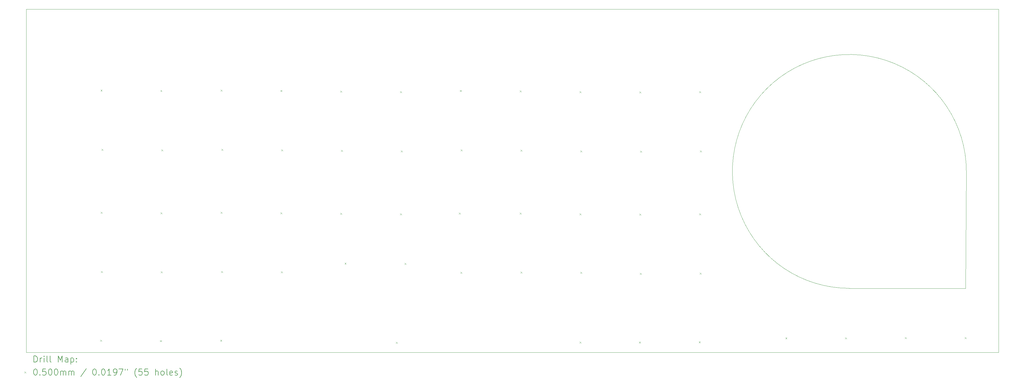
<source format=gbr>
%TF.GenerationSoftware,KiCad,Pcbnew,(6.0.7)*%
%TF.CreationDate,2022-12-01T23:42:18-08:00*%
%TF.ProjectId,openot rev2,6f70656e-6f74-4207-9265-76322e6b6963,rev?*%
%TF.SameCoordinates,Original*%
%TF.FileFunction,Drillmap*%
%TF.FilePolarity,Positive*%
%FSLAX45Y45*%
G04 Gerber Fmt 4.5, Leading zero omitted, Abs format (unit mm)*
G04 Created by KiCad (PCBNEW (6.0.7)) date 2022-12-01 23:42:18*
%MOMM*%
%LPD*%
G01*
G04 APERTURE LIST*
%ADD10C,0.050000*%
%ADD11C,0.100000*%
%ADD12C,0.200000*%
G04 APERTURE END LIST*
D10*
X36415000Y-16750000D02*
X32665000Y-16750000D01*
X36440000Y-12975000D02*
X36415000Y-16750000D01*
X36440000Y-12975000D02*
G75*
G03*
X32665000Y-16750000I-3775000J0D01*
G01*
D11*
X6099568Y-7738563D02*
X37478728Y-7738563D01*
X37478728Y-7738563D02*
X37478728Y-18818043D01*
X37478728Y-18818043D02*
X6099568Y-18818043D01*
X6099568Y-18818043D02*
X6099568Y-7738563D01*
D12*
D10*
X8490300Y-18414200D02*
X8540300Y-18464200D01*
X8540300Y-18414200D02*
X8490300Y-18464200D01*
X8503000Y-10337000D02*
X8553000Y-10387000D01*
X8553000Y-10337000D02*
X8503000Y-10387000D01*
X8506027Y-14283950D02*
X8556027Y-14333950D01*
X8556027Y-14283950D02*
X8506027Y-14333950D01*
X8518727Y-16194030D02*
X8568727Y-16244030D01*
X8568727Y-16194030D02*
X8518727Y-16244030D01*
X8531427Y-12251950D02*
X8581427Y-12301950D01*
X8581427Y-12251950D02*
X8531427Y-12301950D01*
X10420700Y-18426900D02*
X10470700Y-18476900D01*
X10470700Y-18426900D02*
X10420700Y-18476900D01*
X10433400Y-10349700D02*
X10483400Y-10399700D01*
X10483400Y-10349700D02*
X10433400Y-10399700D01*
X10436427Y-14296650D02*
X10486427Y-14346650D01*
X10486427Y-14296650D02*
X10436427Y-14346650D01*
X10449127Y-16206730D02*
X10499127Y-16256730D01*
X10499127Y-16206730D02*
X10449127Y-16256730D01*
X10461827Y-12264650D02*
X10511827Y-12314650D01*
X10511827Y-12264650D02*
X10461827Y-12314650D01*
X12363800Y-18414200D02*
X12413800Y-18464200D01*
X12413800Y-18414200D02*
X12363800Y-18464200D01*
X12376500Y-10337000D02*
X12426500Y-10387000D01*
X12426500Y-10337000D02*
X12376500Y-10387000D01*
X12379527Y-14283950D02*
X12429527Y-14333950D01*
X12429527Y-14283950D02*
X12379527Y-14333950D01*
X12392227Y-16194030D02*
X12442227Y-16244030D01*
X12442227Y-16194030D02*
X12392227Y-16244030D01*
X12404927Y-12251950D02*
X12454927Y-12301950D01*
X12454927Y-12251950D02*
X12404927Y-12301950D01*
X14306900Y-10349700D02*
X14356900Y-10399700D01*
X14356900Y-10349700D02*
X14306900Y-10399700D01*
X14309927Y-14296650D02*
X14359927Y-14346650D01*
X14359927Y-14296650D02*
X14309927Y-14346650D01*
X14322627Y-16206730D02*
X14372627Y-16256730D01*
X14372627Y-16206730D02*
X14322627Y-16256730D01*
X14335327Y-12264650D02*
X14385327Y-12314650D01*
X14385327Y-12264650D02*
X14335327Y-12314650D01*
X16237300Y-10371482D02*
X16287300Y-10421482D01*
X16287300Y-10371482D02*
X16237300Y-10421482D01*
X16240327Y-14318431D02*
X16290327Y-14368431D01*
X16290327Y-14318431D02*
X16240327Y-14368431D01*
X16265727Y-12286431D02*
X16315727Y-12336431D01*
X16315727Y-12286431D02*
X16265727Y-12336431D01*
X16377000Y-15925000D02*
X16427000Y-15975000D01*
X16427000Y-15925000D02*
X16377000Y-15975000D01*
X18033080Y-18477910D02*
X18083080Y-18527910D01*
X18083080Y-18477910D02*
X18033080Y-18527910D01*
X18167700Y-10384182D02*
X18217700Y-10434182D01*
X18217700Y-10384182D02*
X18167700Y-10434182D01*
X18170727Y-14331131D02*
X18220727Y-14381131D01*
X18220727Y-14331131D02*
X18170727Y-14381131D01*
X18196127Y-12299131D02*
X18246127Y-12349131D01*
X18246127Y-12299131D02*
X18196127Y-12349131D01*
X18315000Y-15932218D02*
X18365000Y-15982218D01*
X18365000Y-15932218D02*
X18315000Y-15982218D01*
X20065000Y-14307218D02*
X20115000Y-14357218D01*
X20115000Y-14307218D02*
X20065000Y-14357218D01*
X20098100Y-10349700D02*
X20148100Y-10399700D01*
X20148100Y-10349700D02*
X20098100Y-10399700D01*
X20114313Y-16224683D02*
X20164313Y-16274683D01*
X20164313Y-16224683D02*
X20114313Y-16274683D01*
X20126527Y-12264650D02*
X20176527Y-12314650D01*
X20176527Y-12264650D02*
X20126527Y-12314650D01*
X22028500Y-10362400D02*
X22078500Y-10412400D01*
X22078500Y-10362400D02*
X22028500Y-10412400D01*
X22031527Y-14309350D02*
X22081527Y-14359350D01*
X22081527Y-14309350D02*
X22031527Y-14359350D01*
X22056927Y-12277350D02*
X22106927Y-12327350D01*
X22106927Y-12277350D02*
X22056927Y-12327350D01*
X22057413Y-16211983D02*
X22107413Y-16261983D01*
X22107413Y-16211983D02*
X22057413Y-16261983D01*
X23956360Y-18474082D02*
X24006360Y-18524082D01*
X24006360Y-18474082D02*
X23956360Y-18524082D01*
X23958900Y-10384182D02*
X24008900Y-10434182D01*
X24008900Y-10384182D02*
X23958900Y-10434182D01*
X23961927Y-14331131D02*
X24011927Y-14381131D01*
X24011927Y-14331131D02*
X23961927Y-14381131D01*
X23987327Y-12299131D02*
X24037327Y-12349131D01*
X24037327Y-12299131D02*
X23987327Y-12349131D01*
X23987813Y-16224683D02*
X24037813Y-16274683D01*
X24037813Y-16224683D02*
X23987813Y-16274683D01*
X25876600Y-18474082D02*
X25926600Y-18524082D01*
X25926600Y-18474082D02*
X25876600Y-18524082D01*
X25889300Y-10396882D02*
X25939300Y-10446882D01*
X25939300Y-10396882D02*
X25889300Y-10446882D01*
X25892327Y-14343831D02*
X25942327Y-14393831D01*
X25942327Y-14343831D02*
X25892327Y-14393831D01*
X25905027Y-16253911D02*
X25955027Y-16303911D01*
X25955027Y-16253911D02*
X25905027Y-16303911D01*
X25917727Y-12311831D02*
X25967727Y-12361831D01*
X25967727Y-12311831D02*
X25917727Y-12361831D01*
X27807000Y-18465000D02*
X27857000Y-18515000D01*
X27857000Y-18465000D02*
X27807000Y-18515000D01*
X27819700Y-10387800D02*
X27869700Y-10437800D01*
X27869700Y-10387800D02*
X27819700Y-10437800D01*
X27822727Y-14334750D02*
X27872727Y-14384750D01*
X27872727Y-14334750D02*
X27822727Y-14384750D01*
X27835427Y-16244830D02*
X27885427Y-16294830D01*
X27885427Y-16244830D02*
X27835427Y-16294830D01*
X27848127Y-12302750D02*
X27898127Y-12352750D01*
X27898127Y-12302750D02*
X27848127Y-12352750D01*
X30601000Y-18338000D02*
X30651000Y-18388000D01*
X30651000Y-18338000D02*
X30601000Y-18388000D01*
X32523780Y-18338000D02*
X32573780Y-18388000D01*
X32573780Y-18338000D02*
X32523780Y-18388000D01*
X34454180Y-18328918D02*
X34504180Y-18378918D01*
X34504180Y-18328918D02*
X34454180Y-18378918D01*
X36384580Y-18328918D02*
X36434580Y-18378918D01*
X36434580Y-18328918D02*
X36384580Y-18378918D01*
D12*
X6352187Y-19133520D02*
X6352187Y-18933520D01*
X6399806Y-18933520D01*
X6428378Y-18943043D01*
X6447425Y-18962091D01*
X6456949Y-18981139D01*
X6466473Y-19019234D01*
X6466473Y-19047805D01*
X6456949Y-19085901D01*
X6447425Y-19104948D01*
X6428378Y-19123996D01*
X6399806Y-19133520D01*
X6352187Y-19133520D01*
X6552187Y-19133520D02*
X6552187Y-19000186D01*
X6552187Y-19038281D02*
X6561711Y-19019234D01*
X6571235Y-19009710D01*
X6590282Y-19000186D01*
X6609330Y-19000186D01*
X6675997Y-19133520D02*
X6675997Y-19000186D01*
X6675997Y-18933520D02*
X6666473Y-18943043D01*
X6675997Y-18952567D01*
X6685521Y-18943043D01*
X6675997Y-18933520D01*
X6675997Y-18952567D01*
X6799806Y-19133520D02*
X6780759Y-19123996D01*
X6771235Y-19104948D01*
X6771235Y-18933520D01*
X6904568Y-19133520D02*
X6885521Y-19123996D01*
X6875997Y-19104948D01*
X6875997Y-18933520D01*
X7133140Y-19133520D02*
X7133140Y-18933520D01*
X7199806Y-19076377D01*
X7266473Y-18933520D01*
X7266473Y-19133520D01*
X7447425Y-19133520D02*
X7447425Y-19028758D01*
X7437902Y-19009710D01*
X7418854Y-19000186D01*
X7380759Y-19000186D01*
X7361711Y-19009710D01*
X7447425Y-19123996D02*
X7428378Y-19133520D01*
X7380759Y-19133520D01*
X7361711Y-19123996D01*
X7352187Y-19104948D01*
X7352187Y-19085901D01*
X7361711Y-19066853D01*
X7380759Y-19057329D01*
X7428378Y-19057329D01*
X7447425Y-19047805D01*
X7542663Y-19000186D02*
X7542663Y-19200186D01*
X7542663Y-19009710D02*
X7561711Y-19000186D01*
X7599806Y-19000186D01*
X7618854Y-19009710D01*
X7628378Y-19019234D01*
X7637902Y-19038281D01*
X7637902Y-19095424D01*
X7628378Y-19114472D01*
X7618854Y-19123996D01*
X7599806Y-19133520D01*
X7561711Y-19133520D01*
X7542663Y-19123996D01*
X7723616Y-19114472D02*
X7733140Y-19123996D01*
X7723616Y-19133520D01*
X7714092Y-19123996D01*
X7723616Y-19114472D01*
X7723616Y-19133520D01*
X7723616Y-19009710D02*
X7733140Y-19019234D01*
X7723616Y-19028758D01*
X7714092Y-19019234D01*
X7723616Y-19009710D01*
X7723616Y-19028758D01*
D10*
X6044568Y-19438043D02*
X6094568Y-19488043D01*
X6094568Y-19438043D02*
X6044568Y-19488043D01*
D12*
X6390282Y-19353520D02*
X6409330Y-19353520D01*
X6428378Y-19363043D01*
X6437902Y-19372567D01*
X6447425Y-19391615D01*
X6456949Y-19429710D01*
X6456949Y-19477329D01*
X6447425Y-19515424D01*
X6437902Y-19534472D01*
X6428378Y-19543996D01*
X6409330Y-19553520D01*
X6390282Y-19553520D01*
X6371235Y-19543996D01*
X6361711Y-19534472D01*
X6352187Y-19515424D01*
X6342663Y-19477329D01*
X6342663Y-19429710D01*
X6352187Y-19391615D01*
X6361711Y-19372567D01*
X6371235Y-19363043D01*
X6390282Y-19353520D01*
X6542663Y-19534472D02*
X6552187Y-19543996D01*
X6542663Y-19553520D01*
X6533140Y-19543996D01*
X6542663Y-19534472D01*
X6542663Y-19553520D01*
X6733140Y-19353520D02*
X6637902Y-19353520D01*
X6628378Y-19448758D01*
X6637902Y-19439234D01*
X6656949Y-19429710D01*
X6704568Y-19429710D01*
X6723616Y-19439234D01*
X6733140Y-19448758D01*
X6742663Y-19467805D01*
X6742663Y-19515424D01*
X6733140Y-19534472D01*
X6723616Y-19543996D01*
X6704568Y-19553520D01*
X6656949Y-19553520D01*
X6637902Y-19543996D01*
X6628378Y-19534472D01*
X6866473Y-19353520D02*
X6885521Y-19353520D01*
X6904568Y-19363043D01*
X6914092Y-19372567D01*
X6923616Y-19391615D01*
X6933140Y-19429710D01*
X6933140Y-19477329D01*
X6923616Y-19515424D01*
X6914092Y-19534472D01*
X6904568Y-19543996D01*
X6885521Y-19553520D01*
X6866473Y-19553520D01*
X6847425Y-19543996D01*
X6837902Y-19534472D01*
X6828378Y-19515424D01*
X6818854Y-19477329D01*
X6818854Y-19429710D01*
X6828378Y-19391615D01*
X6837902Y-19372567D01*
X6847425Y-19363043D01*
X6866473Y-19353520D01*
X7056949Y-19353520D02*
X7075997Y-19353520D01*
X7095044Y-19363043D01*
X7104568Y-19372567D01*
X7114092Y-19391615D01*
X7123616Y-19429710D01*
X7123616Y-19477329D01*
X7114092Y-19515424D01*
X7104568Y-19534472D01*
X7095044Y-19543996D01*
X7075997Y-19553520D01*
X7056949Y-19553520D01*
X7037902Y-19543996D01*
X7028378Y-19534472D01*
X7018854Y-19515424D01*
X7009330Y-19477329D01*
X7009330Y-19429710D01*
X7018854Y-19391615D01*
X7028378Y-19372567D01*
X7037902Y-19363043D01*
X7056949Y-19353520D01*
X7209330Y-19553520D02*
X7209330Y-19420186D01*
X7209330Y-19439234D02*
X7218854Y-19429710D01*
X7237902Y-19420186D01*
X7266473Y-19420186D01*
X7285521Y-19429710D01*
X7295044Y-19448758D01*
X7295044Y-19553520D01*
X7295044Y-19448758D02*
X7304568Y-19429710D01*
X7323616Y-19420186D01*
X7352187Y-19420186D01*
X7371235Y-19429710D01*
X7380759Y-19448758D01*
X7380759Y-19553520D01*
X7475997Y-19553520D02*
X7475997Y-19420186D01*
X7475997Y-19439234D02*
X7485521Y-19429710D01*
X7504568Y-19420186D01*
X7533140Y-19420186D01*
X7552187Y-19429710D01*
X7561711Y-19448758D01*
X7561711Y-19553520D01*
X7561711Y-19448758D02*
X7571235Y-19429710D01*
X7590282Y-19420186D01*
X7618854Y-19420186D01*
X7637902Y-19429710D01*
X7647425Y-19448758D01*
X7647425Y-19553520D01*
X8037902Y-19343996D02*
X7866473Y-19601139D01*
X8295044Y-19353520D02*
X8314092Y-19353520D01*
X8333140Y-19363043D01*
X8342663Y-19372567D01*
X8352187Y-19391615D01*
X8361711Y-19429710D01*
X8361711Y-19477329D01*
X8352187Y-19515424D01*
X8342663Y-19534472D01*
X8333140Y-19543996D01*
X8314092Y-19553520D01*
X8295044Y-19553520D01*
X8275997Y-19543996D01*
X8266473Y-19534472D01*
X8256949Y-19515424D01*
X8247425Y-19477329D01*
X8247425Y-19429710D01*
X8256949Y-19391615D01*
X8266473Y-19372567D01*
X8275997Y-19363043D01*
X8295044Y-19353520D01*
X8447425Y-19534472D02*
X8456949Y-19543996D01*
X8447425Y-19553520D01*
X8437902Y-19543996D01*
X8447425Y-19534472D01*
X8447425Y-19553520D01*
X8580759Y-19353520D02*
X8599806Y-19353520D01*
X8618854Y-19363043D01*
X8628378Y-19372567D01*
X8637902Y-19391615D01*
X8647425Y-19429710D01*
X8647425Y-19477329D01*
X8637902Y-19515424D01*
X8628378Y-19534472D01*
X8618854Y-19543996D01*
X8599806Y-19553520D01*
X8580759Y-19553520D01*
X8561711Y-19543996D01*
X8552187Y-19534472D01*
X8542664Y-19515424D01*
X8533140Y-19477329D01*
X8533140Y-19429710D01*
X8542664Y-19391615D01*
X8552187Y-19372567D01*
X8561711Y-19363043D01*
X8580759Y-19353520D01*
X8837902Y-19553520D02*
X8723616Y-19553520D01*
X8780759Y-19553520D02*
X8780759Y-19353520D01*
X8761711Y-19382091D01*
X8742664Y-19401139D01*
X8723616Y-19410662D01*
X8933140Y-19553520D02*
X8971235Y-19553520D01*
X8990283Y-19543996D01*
X8999806Y-19534472D01*
X9018854Y-19505901D01*
X9028378Y-19467805D01*
X9028378Y-19391615D01*
X9018854Y-19372567D01*
X9009330Y-19363043D01*
X8990283Y-19353520D01*
X8952187Y-19353520D01*
X8933140Y-19363043D01*
X8923616Y-19372567D01*
X8914092Y-19391615D01*
X8914092Y-19439234D01*
X8923616Y-19458281D01*
X8933140Y-19467805D01*
X8952187Y-19477329D01*
X8990283Y-19477329D01*
X9009330Y-19467805D01*
X9018854Y-19458281D01*
X9028378Y-19439234D01*
X9095044Y-19353520D02*
X9228378Y-19353520D01*
X9142664Y-19553520D01*
X9295044Y-19353520D02*
X9295044Y-19391615D01*
X9371235Y-19353520D02*
X9371235Y-19391615D01*
X9666473Y-19629710D02*
X9656949Y-19620186D01*
X9637902Y-19591615D01*
X9628378Y-19572567D01*
X9618854Y-19543996D01*
X9609330Y-19496377D01*
X9609330Y-19458281D01*
X9618854Y-19410662D01*
X9628378Y-19382091D01*
X9637902Y-19363043D01*
X9656949Y-19334472D01*
X9666473Y-19324948D01*
X9837902Y-19353520D02*
X9742664Y-19353520D01*
X9733140Y-19448758D01*
X9742664Y-19439234D01*
X9761711Y-19429710D01*
X9809330Y-19429710D01*
X9828378Y-19439234D01*
X9837902Y-19448758D01*
X9847425Y-19467805D01*
X9847425Y-19515424D01*
X9837902Y-19534472D01*
X9828378Y-19543996D01*
X9809330Y-19553520D01*
X9761711Y-19553520D01*
X9742664Y-19543996D01*
X9733140Y-19534472D01*
X10028378Y-19353520D02*
X9933140Y-19353520D01*
X9923616Y-19448758D01*
X9933140Y-19439234D01*
X9952187Y-19429710D01*
X9999806Y-19429710D01*
X10018854Y-19439234D01*
X10028378Y-19448758D01*
X10037902Y-19467805D01*
X10037902Y-19515424D01*
X10028378Y-19534472D01*
X10018854Y-19543996D01*
X9999806Y-19553520D01*
X9952187Y-19553520D01*
X9933140Y-19543996D01*
X9923616Y-19534472D01*
X10275997Y-19553520D02*
X10275997Y-19353520D01*
X10361711Y-19553520D02*
X10361711Y-19448758D01*
X10352187Y-19429710D01*
X10333140Y-19420186D01*
X10304568Y-19420186D01*
X10285521Y-19429710D01*
X10275997Y-19439234D01*
X10485521Y-19553520D02*
X10466473Y-19543996D01*
X10456949Y-19534472D01*
X10447425Y-19515424D01*
X10447425Y-19458281D01*
X10456949Y-19439234D01*
X10466473Y-19429710D01*
X10485521Y-19420186D01*
X10514092Y-19420186D01*
X10533140Y-19429710D01*
X10542664Y-19439234D01*
X10552187Y-19458281D01*
X10552187Y-19515424D01*
X10542664Y-19534472D01*
X10533140Y-19543996D01*
X10514092Y-19553520D01*
X10485521Y-19553520D01*
X10666473Y-19553520D02*
X10647425Y-19543996D01*
X10637902Y-19524948D01*
X10637902Y-19353520D01*
X10818854Y-19543996D02*
X10799806Y-19553520D01*
X10761711Y-19553520D01*
X10742664Y-19543996D01*
X10733140Y-19524948D01*
X10733140Y-19448758D01*
X10742664Y-19429710D01*
X10761711Y-19420186D01*
X10799806Y-19420186D01*
X10818854Y-19429710D01*
X10828378Y-19448758D01*
X10828378Y-19467805D01*
X10733140Y-19486853D01*
X10904568Y-19543996D02*
X10923616Y-19553520D01*
X10961711Y-19553520D01*
X10980759Y-19543996D01*
X10990283Y-19524948D01*
X10990283Y-19515424D01*
X10980759Y-19496377D01*
X10961711Y-19486853D01*
X10933140Y-19486853D01*
X10914092Y-19477329D01*
X10904568Y-19458281D01*
X10904568Y-19448758D01*
X10914092Y-19429710D01*
X10933140Y-19420186D01*
X10961711Y-19420186D01*
X10980759Y-19429710D01*
X11056949Y-19629710D02*
X11066473Y-19620186D01*
X11085521Y-19591615D01*
X11095044Y-19572567D01*
X11104568Y-19543996D01*
X11114092Y-19496377D01*
X11114092Y-19458281D01*
X11104568Y-19410662D01*
X11095044Y-19382091D01*
X11085521Y-19363043D01*
X11066473Y-19334472D01*
X11056949Y-19324948D01*
M02*

</source>
